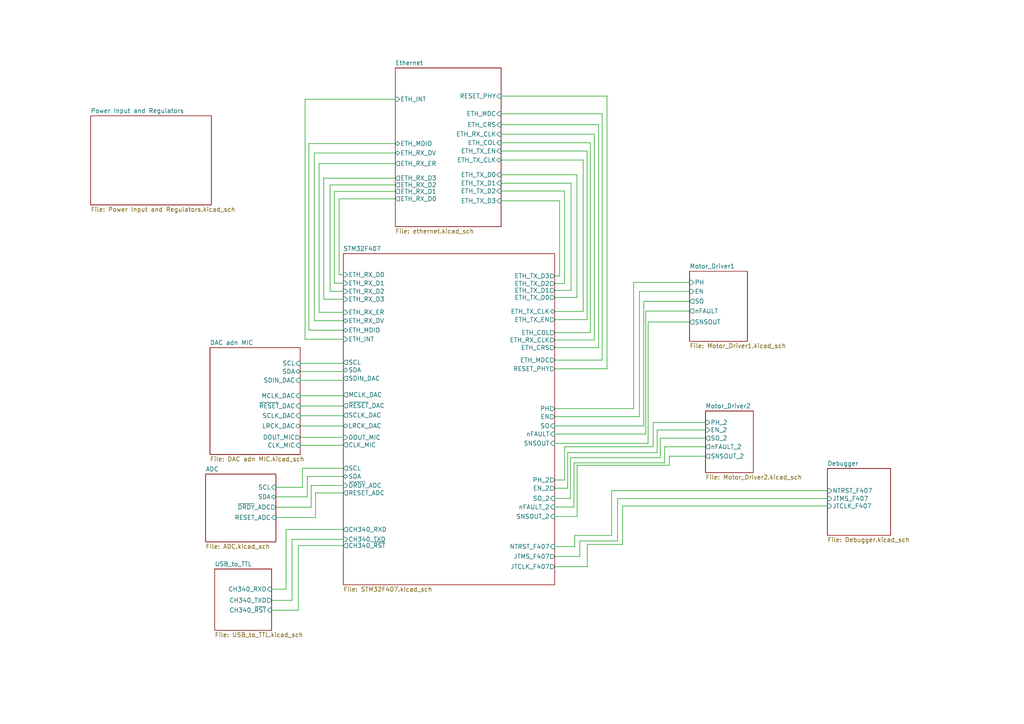
<source format=kicad_sch>
(kicad_sch
	(version 20231120)
	(generator "eeschema")
	(generator_version "8.0")
	(uuid "d881ba1c-25ae-4a90-b2dd-48550b534531")
	(paper "A4")
	(title_block
		(title "Mixed Signal Board Project")
		(date "2024-06-24")
		(rev "V1.0")
		(company "open source")
		(comment 1 "this project for learning purposes")
	)
	(lib_symbols)
	(wire
		(pts
			(xy 169.139 90.338) (xy 160.8939 90.338)
		)
		(stroke
			(width 0)
			(type default)
		)
		(uuid "0232f3c1-9450-49c0-8e0b-f53b3c024ee2")
	)
	(wire
		(pts
			(xy 87.0761 129.1436) (xy 99.5701 129.1436)
		)
		(stroke
			(width 0)
			(type default)
		)
		(uuid "03bf68a9-112a-401d-bfa1-c754257b8ba7")
	)
	(wire
		(pts
			(xy 189.458 122.5343) (xy 204.6255 122.5343)
		)
		(stroke
			(width 0)
			(type default)
		)
		(uuid "044eaf8b-7109-45a6-a87d-6f8d23513bd7")
	)
	(wire
		(pts
			(xy 174.6384 32.9934) (xy 174.6384 104.4565)
		)
		(stroke
			(width 0)
			(type default)
		)
		(uuid "046c9713-234c-42b2-8fb6-6910679a7420")
	)
	(wire
		(pts
			(xy 191.506 132.7745) (xy 191.506 127.0855)
		)
		(stroke
			(width 0)
			(type default)
		)
		(uuid "060c1592-4d87-49e8-96cb-4c14b3e931e3")
	)
	(wire
		(pts
			(xy 87.0761 105.3739) (xy 99.5701 105.3739)
		)
		(stroke
			(width 0)
			(type default)
		)
		(uuid "076caa2a-c748-4c96-ae62-fb2932ad921c")
	)
	(wire
		(pts
			(xy 170.3431 157.9196) (xy 170.3431 164.3535)
		)
		(stroke
			(width 0)
			(type default)
		)
		(uuid "0d525e0c-3935-4fe4-ba1f-f8eb4c67e0fc")
	)
	(wire
		(pts
			(xy 167.3849 134.9363) (xy 194.1229 134.9363)
		)
		(stroke
			(width 0)
			(type default)
		)
		(uuid "0fecc893-1de5-498c-a170-6c4794fa4ea3")
	)
	(wire
		(pts
			(xy 90.2528 147.1054) (xy 80.0222 147.1054)
		)
		(stroke
			(width 0)
			(type default)
		)
		(uuid "100fa391-9988-466e-86ee-464266069a39")
	)
	(wire
		(pts
			(xy 165.4506 132.7745) (xy 191.506 132.7745)
		)
		(stroke
			(width 0)
			(type default)
		)
		(uuid "11d2c638-2606-43ac-a394-f6b3227f23f0")
	)
	(wire
		(pts
			(xy 160.8939 149.8012) (xy 167.3849 149.8012)
		)
		(stroke
			(width 0)
			(type default)
		)
		(uuid "1376839e-b9fd-4709-802e-da0479a7e72b")
	)
	(wire
		(pts
			(xy 187.9789 93.407) (xy 200.0132 93.407)
		)
		(stroke
			(width 0)
			(type default)
		)
		(uuid "14367f39-c3b6-4ff9-b557-d9b76cd57135")
	)
	(wire
		(pts
			(xy 87.0761 110.3121) (xy 99.5701 110.3121)
		)
		(stroke
			(width 0)
			(type default)
		)
		(uuid "1e8327cb-428c-442f-a9ca-18fba51b5df0")
	)
	(wire
		(pts
			(xy 166.7022 158.5508) (xy 160.8939 158.5508)
		)
		(stroke
			(width 0)
			(type default)
		)
		(uuid "2038a84a-8350-47ee-82d7-6357cd2db18c")
	)
	(wire
		(pts
			(xy 167.3375 86.2894) (xy 160.8939 86.2894)
		)
		(stroke
			(width 0)
			(type default)
		)
		(uuid "278c8d71-7ed2-4793-a6f1-3fa068d34628")
	)
	(wire
		(pts
			(xy 91.1815 93.0253) (xy 91.1815 44.3713)
		)
		(stroke
			(width 0)
			(type default)
		)
		(uuid "28eb5967-dabb-4621-928a-d20fdf6cbc8f")
	)
	(wire
		(pts
			(xy 185.4757 120.8445) (xy 160.8939 120.8445)
		)
		(stroke
			(width 0)
			(type default)
		)
		(uuid "29ee4821-9fe1-4393-b2a0-07cab4352e4b")
	)
	(wire
		(pts
			(xy 239.9758 146.7693) (xy 180.5832 146.7693)
		)
		(stroke
			(width 0)
			(type default)
		)
		(uuid "2a887f53-1b94-4a39-9308-f1248b828e1c")
	)
	(wire
		(pts
			(xy 170.2768 43.8024) (xy 170.2768 92.7084)
		)
		(stroke
			(width 0)
			(type default)
		)
		(uuid "2e9be7c2-ae55-4ad8-81f8-7eb268b933bd")
	)
	(wire
		(pts
			(xy 86.5391 176.9724) (xy 78.7857 176.9724)
		)
		(stroke
			(width 0)
			(type default)
		)
		(uuid "2f3be0bf-c9b7-4b08-8d82-2a9533ef1d73")
	)
	(wire
		(pts
			(xy 99.5701 90.5759) (xy 92.5468 90.5759)
		)
		(stroke
			(width 0)
			(type default)
		)
		(uuid "2f560748-81c2-4faa-ba93-4f1445d7913b")
	)
	(wire
		(pts
			(xy 163.7345 55.4078) (xy 163.7345 82.2597)
		)
		(stroke
			(width 0)
			(type default)
		)
		(uuid "30e1b210-1328-445b-a371-1f54ff77684c")
	)
	(wire
		(pts
			(xy 166.4746 147.0705) (xy 160.8939 147.0705)
		)
		(stroke
			(width 0)
			(type default)
		)
		(uuid "31942791-7f77-4705-b47e-92188f782e43")
	)
	(wire
		(pts
			(xy 165.6309 53.1322) (xy 165.6309 84.2351)
		)
		(stroke
			(width 0)
			(type default)
		)
		(uuid "3221473c-8734-4da3-b925-b5fb0adcee77")
	)
	(wire
		(pts
			(xy 168.1813 161.3953) (xy 160.8939 161.3953)
		)
		(stroke
			(width 0)
			(type default)
		)
		(uuid "36bc052e-2629-41d9-a829-aab39de39be7")
	)
	(wire
		(pts
			(xy 145.3565 43.8024) (xy 170.2768 43.8024)
		)
		(stroke
			(width 0)
			(type default)
		)
		(uuid "3c25e491-f998-498b-89a9-83f9f92973e0")
	)
	(wire
		(pts
			(xy 95.7326 53.6386) (xy 114.6414 53.6386)
		)
		(stroke
			(width 0)
			(type default)
		)
		(uuid "3f0cd654-2727-4a44-8384-690747f0fafd")
	)
	(wire
		(pts
			(xy 170.2768 92.7084) (xy 160.8939 92.7084)
		)
		(stroke
			(width 0)
			(type default)
		)
		(uuid "42d81141-d232-4c13-81f2-faa4e1ec2774")
	)
	(wire
		(pts
			(xy 164.6542 131.2954) (xy 164.6542 141.6091)
		)
		(stroke
			(width 0)
			(type default)
		)
		(uuid "430e86d0-c7ca-4cd1-9fca-db0a1bcec0f8")
	)
	(wire
		(pts
			(xy 82.9836 170.8883) (xy 78.7857 170.8883)
		)
		(stroke
			(width 0)
			(type default)
		)
		(uuid "43273052-c589-42d5-8b44-285529be6c53")
	)
	(wire
		(pts
			(xy 183.769 118.5121) (xy 183.769 81.9153)
		)
		(stroke
			(width 0)
			(type default)
		)
		(uuid "446c17c3-bb90-45da-a6ab-abf398fe18b1")
	)
	(wire
		(pts
			(xy 171.225 41.413) (xy 171.225 96.4863)
		)
		(stroke
			(width 0)
			(type default)
		)
		(uuid "4509d4e8-33fb-436a-8cdf-d9568bb7a862")
	)
	(wire
		(pts
			(xy 167.3849 149.8012) (xy 167.3849 134.9363)
		)
		(stroke
			(width 0)
			(type default)
		)
		(uuid "4672110e-a606-455f-a710-e4111ebbf06e")
	)
	(wire
		(pts
			(xy 200.0132 90.2212) (xy 187.2962 90.2212)
		)
		(stroke
			(width 0)
			(type default)
		)
		(uuid "47274611-d69b-4743-ba9d-c3e9da0677fc")
	)
	(wire
		(pts
			(xy 186.7273 87.3767) (xy 200.0132 87.3767)
		)
		(stroke
			(width 0)
			(type default)
		)
		(uuid "49580c93-9fa5-46f3-bd16-28f4830d44ff")
	)
	(wire
		(pts
			(xy 99.5701 79.6754) (xy 98.3496 79.6754)
		)
		(stroke
			(width 0)
			(type default)
		)
		(uuid "49e89835-e2a7-4882-ba5d-5ab55d8bff77")
	)
	(wire
		(pts
			(xy 167.3375 50.6912) (xy 167.3375 86.2894)
		)
		(stroke
			(width 0)
			(type default)
		)
		(uuid "49ee62ce-4005-46a2-ac10-e6bb2a781acb")
	)
	(wire
		(pts
			(xy 145.3565 36.1792) (xy 173.5954 36.1792)
		)
		(stroke
			(width 0)
			(type default)
		)
		(uuid "4a175c2e-ff99-4ea4-9906-fd77721f97a6")
	)
	(wire
		(pts
			(xy 99.5701 123.5468) (xy 99.5701 123.5183)
		)
		(stroke
			(width 0)
			(type default)
		)
		(uuid "4bbe4e63-aa9f-4d53-b4b5-1bb227740ec2")
	)
	(wire
		(pts
			(xy 194.1229 132.3193) (xy 204.6255 132.3193)
		)
		(stroke
			(width 0)
			(type default)
		)
		(uuid "4c19ca03-e5f8-4995-b39a-c82c9c59bb25")
	)
	(wire
		(pts
			(xy 99.5701 84.4919) (xy 95.7326 84.4919)
		)
		(stroke
			(width 0)
			(type default)
		)
		(uuid "4c8dc954-983a-421b-9d4d-372872aee30b")
	)
	(wire
		(pts
			(xy 160.8939 139.2197) (xy 163.7439 139.2197)
		)
		(stroke
			(width 0)
			(type default)
		)
		(uuid "5196f3d6-600d-4bef-8458-f58387947964")
	)
	(wire
		(pts
			(xy 192.7576 129.5886) (xy 192.7576 134.2536)
		)
		(stroke
			(width 0)
			(type default)
		)
		(uuid "52f95000-5a18-4da9-9568-bf0650d44193")
	)
	(wire
		(pts
			(xy 92.5468 90.5759) (xy 92.5468 47.4433)
		)
		(stroke
			(width 0)
			(type default)
		)
		(uuid "532a0ac4-5a54-47a7-84d3-57aa26f2332e")
	)
	(wire
		(pts
			(xy 99.5701 107.7443) (xy 99.5701 107.3206)
		)
		(stroke
			(width 0)
			(type default)
		)
		(uuid "549a4384-379e-4d5c-98a8-0641d8ca6c07")
	)
	(wire
		(pts
			(xy 177.3974 155.3027) (xy 166.7022 155.3027)
		)
		(stroke
			(width 0)
			(type default)
		)
		(uuid "54b5a839-9207-449f-8e03-b2d37d9c6361")
	)
	(wire
		(pts
			(xy 191.506 127.0855) (xy 204.6255 127.0855)
		)
		(stroke
			(width 0)
			(type default)
		)
		(uuid "5726ac7b-c290-4892-8841-eb383d73f3f6")
	)
	(wire
		(pts
			(xy 160.8939 144.5673) (xy 165.4506 144.5673)
		)
		(stroke
			(width 0)
			(type default)
		)
		(uuid "580b7dee-1dcf-491d-b54b-a658a5fb35a7")
	)
	(wire
		(pts
			(xy 204.6255 124.6961) (xy 190.5958 124.6961)
		)
		(stroke
			(width 0)
			(type default)
		)
		(uuid "592ec2b5-eff7-4b8d-94e8-0108c794a3e1")
	)
	(wire
		(pts
			(xy 185.4757 84.5322) (xy 185.4757 120.8445)
		)
		(stroke
			(width 0)
			(type default)
		)
		(uuid "5bd9bea8-22e2-43ea-b76f-3bbe55440158")
	)
	(wire
		(pts
			(xy 160.8939 128.5878) (xy 187.9789 128.5878)
		)
		(stroke
			(width 0)
			(type default)
		)
		(uuid "5cd83849-306e-4a1d-a2e3-72e294fd10a1")
	)
	(wire
		(pts
			(xy 170.3431 164.3535) (xy 160.8939 164.3535)
		)
		(stroke
			(width 0)
			(type default)
		)
		(uuid "5f7df541-f3de-4766-8b74-569a55162254")
	)
	(wire
		(pts
			(xy 180.5832 146.7693) (xy 180.5832 157.9196)
		)
		(stroke
			(width 0)
			(type default)
		)
		(uuid "606921c1-dc0b-43cc-8431-2b86c38d4c12")
	)
	(wire
		(pts
			(xy 91.1815 44.3713) (xy 114.6414 44.3713)
		)
		(stroke
			(width 0)
			(type default)
		)
		(uuid "63d252be-915d-4503-9cbf-f80688c94ad6")
	)
	(wire
		(pts
			(xy 239.9758 144.6075) (xy 179.1041 144.6075)
		)
		(stroke
			(width 0)
			(type default)
		)
		(uuid "6403ea87-ed4f-4e1a-8a11-89eeabd27bf4")
	)
	(wire
		(pts
			(xy 99.5701 135.8064) (xy 87.7243 135.8064)
		)
		(stroke
			(width 0)
			(type default)
		)
		(uuid "645f74b2-6ec3-4251-a884-c5f4594dbd79")
	)
	(wire
		(pts
			(xy 145.3565 27.8733) (xy 176.0606 27.8733)
		)
		(stroke
			(width 0)
			(type default)
		)
		(uuid "65179ab6-2371-44b7-b6d1-83ebc91d8fbf")
	)
	(wire
		(pts
			(xy 177.3974 142.3319) (xy 177.3974 155.3027)
		)
		(stroke
			(width 0)
			(type default)
		)
		(uuid "6774e850-cb99-4085-8d19-9ea493d5cccd")
	)
	(wire
		(pts
			(xy 179.1041 144.6075) (xy 179.1041 156.8956)
		)
		(stroke
			(width 0)
			(type default)
		)
		(uuid "68b24221-2738-4b8b-b6ca-3a5a5b9e0e04")
	)
	(wire
		(pts
			(xy 190.5958 124.6961) (xy 190.5958 131.2954)
		)
		(stroke
			(width 0)
			(type default)
		)
		(uuid "68deac72-2248-41c6-8da8-1fa818bdd0e3")
	)
	(wire
		(pts
			(xy 163.7345 82.2597) (xy 160.8939 82.2597)
		)
		(stroke
			(width 0)
			(type default)
		)
		(uuid "68df4cf1-0353-4589-a124-6316f52d5ad9")
	)
	(wire
		(pts
			(xy 88.4811 98.3818) (xy 88.4811 28.7835)
		)
		(stroke
			(width 0)
			(type default)
		)
		(uuid "6c2745ae-ce99-4ff1-94fb-9a2e360bc357")
	)
	(wire
		(pts
			(xy 89.1466 138.1958) (xy 89.1466 144.1029)
		)
		(stroke
			(width 0)
			(type default)
		)
		(uuid "6c60ae47-0bf3-4d2c-8553-d07460e995fc")
	)
	(wire
		(pts
			(xy 99.5701 117.7525) (xy 99.5701 117.6713)
		)
		(stroke
			(width 0)
			(type default)
		)
		(uuid "6e5db0ed-2a13-4742-947c-3f0e2e7a0a05")
	)
	(wire
		(pts
			(xy 82.9836 153.5764) (xy 82.9836 170.8883)
		)
		(stroke
			(width 0)
			(type default)
		)
		(uuid "70312726-77dd-4a3f-99c9-a16ab2dd348c")
	)
	(wire
		(pts
			(xy 87.7243 141.3374) (xy 80.0222 141.3374)
		)
		(stroke
			(width 0)
			(type default)
		)
		(uuid "705d51d5-36c1-4d2d-b25c-74325be58dc9")
	)
	(wire
		(pts
			(xy 187.9789 128.5878) (xy 187.9789 93.407)
		)
		(stroke
			(width 0)
			(type default)
		)
		(uuid "75facb57-8efe-4c4b-9237-392a5f9b4cee")
	)
	(wire
		(pts
			(xy 99.5701 95.7817) (xy 89.5886 95.7817)
		)
		(stroke
			(width 0)
			(type default)
		)
		(uuid "767d5fe7-fc17-423c-a1e4-6f5acc56439e")
	)
	(wire
		(pts
			(xy 173.5954 100.832) (xy 160.8939 100.832)
		)
		(stroke
			(width 0)
			(type default)
		)
		(uuid "76e235d9-945e-4f54-8347-9298b50c0b47")
	)
	(wire
		(pts
			(xy 165.4506 144.5673) (xy 165.4506 132.7745)
		)
		(stroke
			(width 0)
			(type default)
		)
		(uuid "784a0d4a-17c5-4dee-8fac-f179cdf30a62")
	)
	(wire
		(pts
			(xy 98.3496 79.6754) (xy 98.3496 57.6683)
		)
		(stroke
			(width 0)
			(type default)
		)
		(uuid "7986753a-370f-4a40-9628-3ec83f4a2e1d")
	)
	(wire
		(pts
			(xy 165.6309 84.2351) (xy 160.8939 84.2351)
		)
		(stroke
			(width 0)
			(type default)
		)
		(uuid "7ccb711b-fad1-45fb-9520-a3a1ef30e609")
	)
	(wire
		(pts
			(xy 163.7439 139.2197) (xy 163.7439 129.5887)
		)
		(stroke
			(width 0)
			(type default)
		)
		(uuid "7e496a0e-ef52-4c59-93fb-09896011032f")
	)
	(wire
		(pts
			(xy 200.0132 84.5322) (xy 185.4757 84.5322)
		)
		(stroke
			(width 0)
			(type default)
		)
		(uuid "8066c246-c17b-4a47-b4dd-c9c46c373401")
	)
	(wire
		(pts
			(xy 98.3496 57.6683) (xy 114.6414 57.6683)
		)
		(stroke
			(width 0)
			(type default)
		)
		(uuid "848a9468-40bb-4cfb-886a-b56c46d726cb")
	)
	(wire
		(pts
			(xy 180.5832 157.9196) (xy 170.3431 157.9196)
		)
		(stroke
			(width 0)
			(type default)
		)
		(uuid "85237643-d2a2-4486-acc0-b5ca1722dd07")
	)
	(wire
		(pts
			(xy 96.9842 55.5349) (xy 114.6414 55.5349)
		)
		(stroke
			(width 0)
			(type default)
		)
		(uuid "88154744-a068-48f9-9b15-a3d8f4e6b0a2")
	)
	(wire
		(pts
			(xy 99.5701 140.8127) (xy 90.2528 140.8127)
		)
		(stroke
			(width 0)
			(type default)
		)
		(uuid "88270fed-a7e5-49c1-b36f-a169e98c4a5c")
	)
	(wire
		(pts
			(xy 173.5954 36.1792) (xy 173.5954 100.832)
		)
		(stroke
			(width 0)
			(type default)
		)
		(uuid "8ccda8ba-423d-4ff1-8388-d42e7f05fcad")
	)
	(wire
		(pts
			(xy 171.225 96.4863) (xy 160.8939 96.4863)
		)
		(stroke
			(width 0)
			(type default)
		)
		(uuid "8e8ceef1-dca2-4d28-a9ac-2a3f88740b32")
	)
	(wire
		(pts
			(xy 162.3123 80.0474) (xy 162.3123 58.2522)
		)
		(stroke
			(width 0)
			(type default)
		)
		(uuid "8e9d3753-1f6e-4703-aa1e-7af66a033765")
	)
	(wire
		(pts
			(xy 87.0761 117.7525) (xy 99.5701 117.7525)
		)
		(stroke
			(width 0)
			(type default)
		)
		(uuid "8ecee527-434e-4d99-8165-a856892c6c53")
	)
	(wire
		(pts
			(xy 89.1466 144.1029) (xy 80.0222 144.1029)
		)
		(stroke
			(width 0)
			(type default)
		)
		(uuid "8fd00fd4-fca7-40ba-9e15-7d00c7e48cec")
	)
	(wire
		(pts
			(xy 204.6255 129.5886) (xy 192.7576 129.5886)
		)
		(stroke
			(width 0)
			(type default)
		)
		(uuid "8ff9f5bd-d2c9-4df0-bcbd-d5c8e4ee5711")
	)
	(wire
		(pts
			(xy 89.5886 41.6406) (xy 114.6414 41.6406)
		)
		(stroke
			(width 0)
			(type default)
		)
		(uuid "91f4b7a0-38c8-4680-ba4b-b20a819b722f")
	)
	(wire
		(pts
			(xy 176.0606 27.8733) (xy 176.0606 106.97)
		)
		(stroke
			(width 0)
			(type default)
		)
		(uuid "92d1eef2-a7fe-4fd2-b4d4-741b5e95c936")
	)
	(wire
		(pts
			(xy 99.5701 82.133) (xy 96.9842 82.133)
		)
		(stroke
			(width 0)
			(type default)
		)
		(uuid "9380da2e-5e2c-46c7-9421-cc5a26554e9b")
	)
	(wire
		(pts
			(xy 87.0761 114.7895) (xy 99.5701 114.7895)
		)
		(stroke
			(width 0)
			(type default)
		)
		(uuid "93a5e0f6-07ed-445f-873d-7de20926b42c")
	)
	(wire
		(pts
			(xy 169.139 46.4194) (xy 169.139 90.338)
		)
		(stroke
			(width 0)
			(type default)
		)
		(uuid "965b1993-39f3-4dfb-8836-ed00ca7c140f")
	)
	(wire
		(pts
			(xy 160.8939 123.5309) (xy 186.7273 123.5309)
		)
		(stroke
			(width 0)
			(type default)
		)
		(uuid "9688717e-6b4a-4100-96f9-6c4da644de5a")
	)
	(wire
		(pts
			(xy 93.9122 51.6633) (xy 114.6414 51.6633)
		)
		(stroke
			(width 0)
			(type default)
		)
		(uuid "9900c9dd-c8b5-4bb9-8413-2f68bfe4c9d8")
	)
	(wire
		(pts
			(xy 87.0761 120.5838) (xy 99.5701 120.5838)
		)
		(stroke
			(width 0)
			(type default)
		)
		(uuid "9d93d418-1239-41cc-a8c7-47cd5161b1e4")
	)
	(wire
		(pts
			(xy 93.9122 86.7833) (xy 93.9122 51.6633)
		)
		(stroke
			(width 0)
			(type default)
		)
		(uuid "9edc8c04-6c5f-48b3-a295-c0413b96549e")
	)
	(wire
		(pts
			(xy 87.0761 126.839) (xy 99.5701 126.839)
		)
		(stroke
			(width 0)
			(type default)
		)
		(uuid "a0a9bb0f-4b05-463b-a3d2-c7205571a808")
	)
	(wire
		(pts
			(xy 192.7576 134.2536) (xy 166.4746 134.2536)
		)
		(stroke
			(width 0)
			(type default)
		)
		(uuid "a5880dff-e106-4452-bfa8-86762d0f3385")
	)
	(wire
		(pts
			(xy 239.9758 142.3319) (xy 177.3974 142.3319)
		)
		(stroke
			(width 0)
			(type default)
		)
		(uuid "a5b8ba78-165f-45f0-951c-012305e06519")
	)
	(wire
		(pts
			(xy 145.3565 55.4078) (xy 163.7345 55.4078)
		)
		(stroke
			(width 0)
			(type default)
		)
		(uuid "a6899ce5-8e21-4b20-94b0-8c0a65688c90")
	)
	(wire
		(pts
			(xy 189.458 129.5887) (xy 189.458 122.5343)
		)
		(stroke
			(width 0)
			(type default)
		)
		(uuid "a8c97342-0c78-4bee-b258-c680be4446a2")
	)
	(wire
		(pts
			(xy 90.2528 140.8127) (xy 90.2528 147.1054)
		)
		(stroke
			(width 0)
			(type default)
		)
		(uuid "a94910be-2d7b-4ca7-8989-8fc9138a34e1")
	)
	(wire
		(pts
			(xy 174.6384 104.4565) (xy 160.8939 104.4565)
		)
		(stroke
			(width 0)
			(type default)
		)
		(uuid "aaa2b3a7-7482-4865-914e-75ff733ebfbf")
	)
	(wire
		(pts
			(xy 89.5886 95.7817) (xy 89.5886 41.6406)
		)
		(stroke
			(width 0)
			(type default)
		)
		(uuid "aab0989e-f7ec-4839-b719-f09ace3e9852")
	)
	(wire
		(pts
			(xy 99.5701 93.0253) (xy 91.1815 93.0253)
		)
		(stroke
			(width 0)
			(type default)
		)
		(uuid "ab58b756-2a9a-4990-920a-49c5717ee817")
	)
	(wire
		(pts
			(xy 145.3565 46.4194) (xy 169.139 46.4194)
		)
		(stroke
			(width 0)
			(type default)
		)
		(uuid "aca47a1d-015f-4382-ad5a-dec97371d97d")
	)
	(wire
		(pts
			(xy 99.5701 114.7895) (xy 99.5701 114.5108)
		)
		(stroke
			(width 0)
			(type default)
		)
		(uuid "ad19d332-4c65-4185-84d8-cdc5f896afa1")
	)
	(wire
		(pts
			(xy 88.4811 28.7835) (xy 114.6414 28.7835)
		)
		(stroke
			(width 0)
			(type default)
		)
		(uuid "b145a1ee-012a-4da2-8601-12310e001ee4")
	)
	(wire
		(pts
			(xy 99.5701 142.9745) (xy 91.517 142.9745)
		)
		(stroke
			(width 0)
			(type default)
		)
		(uuid "b386a8f7-cfe1-4047-a665-d8e09402a6b7")
	)
	(wire
		(pts
			(xy 168.1813 156.8956) (xy 168.1813 161.3953)
		)
		(stroke
			(width 0)
			(type default)
		)
		(uuid "b6022e69-749f-4102-8ad2-f549300a8e4d")
	)
	(wire
		(pts
			(xy 145.3565 53.1322) (xy 165.6309 53.1322)
		)
		(stroke
			(width 0)
			(type default)
		)
		(uuid "b64ecc83-636f-4919-bb78-ad2eec803137")
	)
	(wire
		(pts
			(xy 84.7218 174.1279) (xy 78.7857 174.1279)
		)
		(stroke
			(width 0)
			(type default)
		)
		(uuid "b6e422e2-51ef-49a7-896b-48442070dab8")
	)
	(wire
		(pts
			(xy 176.0606 106.97) (xy 160.8939 106.97)
		)
		(stroke
			(width 0)
			(type default)
		)
		(uuid "b7bf424d-7398-4931-ad48-17ceb6339b5f")
	)
	(wire
		(pts
			(xy 194.1229 134.9363) (xy 194.1229 132.3193)
		)
		(stroke
			(width 0)
			(type default)
		)
		(uuid "b8028c77-e2c1-40a1-8b67-a822b4e054bc")
	)
	(wire
		(pts
			(xy 183.769 81.9153) (xy 200.0132 81.9153)
		)
		(stroke
			(width 0)
			(type default)
		)
		(uuid "b9fa41da-469e-4beb-9345-ee29d0a079e6")
	)
	(wire
		(pts
			(xy 92.5468 47.4433) (xy 114.6414 47.4433)
		)
		(stroke
			(width 0)
			(type default)
		)
		(uuid "bc4442c3-2258-445a-ac44-5c8927b9b50c")
	)
	(wire
		(pts
			(xy 145.3565 32.9934) (xy 174.6384 32.9934)
		)
		(stroke
			(width 0)
			(type default)
		)
		(uuid "bc4c5697-9deb-47db-90e5-87d114959827")
	)
	(wire
		(pts
			(xy 162.3123 58.2522) (xy 145.3565 58.2522)
		)
		(stroke
			(width 0)
			(type default)
		)
		(uuid "c0bf6021-2d45-4d53-997a-e04775d6aa60")
	)
	(wire
		(pts
			(xy 99.5701 158.2414) (xy 86.5391 158.2414)
		)
		(stroke
			(width 0)
			(type default)
		)
		(uuid "c310ef68-64ce-484c-97ad-3f6d19cb3e65")
	)
	(wire
		(pts
			(xy 145.3565 50.6912) (xy 167.3375 50.6912)
		)
		(stroke
			(width 0)
			(type default)
		)
		(uuid "c4bf7c16-3136-4399-92ff-c77e3e8503d5")
	)
	(wire
		(pts
			(xy 99.5701 98.3818) (xy 88.4811 98.3818)
		)
		(stroke
			(width 0)
			(type default)
		)
		(uuid "c58d5459-3df3-4a6f-b9e1-71bd9f770db8")
	)
	(wire
		(pts
			(xy 91.517 142.9745) (xy 91.517 150.1079)
		)
		(stroke
			(width 0)
			(type default)
		)
		(uuid "c5a3ea79-ce4c-4ded-b9aa-67dff35b0a5d")
	)
	(wire
		(pts
			(xy 190.5958 131.2954) (xy 164.6542 131.2954)
		)
		(stroke
			(width 0)
			(type default)
		)
		(uuid "c71b478e-d26f-4ae1-b1d1-c201328be249")
	)
	(wire
		(pts
			(xy 91.517 150.1079) (xy 80.0222 150.1079)
		)
		(stroke
			(width 0)
			(type default)
		)
		(uuid "ccae1df7-8880-40b0-8be6-79d63d30135e")
	)
	(wire
		(pts
			(xy 166.7022 155.3027) (xy 166.7022 158.5508)
		)
		(stroke
			(width 0)
			(type default)
		)
		(uuid "ce721d82-2ef3-44e2-acf3-50b55be4818a")
	)
	(wire
		(pts
			(xy 84.7218 156.4209) (xy 84.7218 174.1279)
		)
		(stroke
			(width 0)
			(type default)
		)
		(uuid "cec1021f-1fab-4c52-a510-b2f34ace7873")
	)
	(wire
		(pts
			(xy 179.1041 156.8956) (xy 168.1813 156.8956)
		)
		(stroke
			(width 0)
			(type default)
		)
		(uuid "d02c337a-8f64-409a-9fbe-bd55a3316cc8")
	)
	(wire
		(pts
			(xy 96.9842 82.133) (xy 96.9842 55.5349)
		)
		(stroke
			(width 0)
			(type default)
		)
		(uuid "d0a6c986-c186-403d-ad57-cb78ac2191d0")
	)
	(wire
		(pts
			(xy 99.5701 110.3121) (xy 99.5701 109.7701)
		)
		(stroke
			(width 0)
			(type default)
		)
		(uuid "d3931f70-73df-4a9e-a70d-4a95c813b19d")
	)
	(wire
		(pts
			(xy 145.3565 38.9099) (xy 172.3628 38.9099)
		)
		(stroke
			(width 0)
			(type default)
		)
		(uuid "d533bb7a-d8a2-4ac1-9ae0-0a9296cd3811")
	)
	(wire
		(pts
			(xy 160.8939 80.0474) (xy 162.3123 80.0474)
		)
		(stroke
			(width 0)
			(type default)
		)
		(uuid "d7102462-b428-4a92-ba4b-4779a93186b8")
	)
	(wire
		(pts
			(xy 99.5701 120.5838) (xy 99.5701 120.4368)
		)
		(stroke
			(width 0)
			(type default)
		)
		(uuid "d7685c46-84b8-4b2c-a5f5-9f6e0b7a36cc")
	)
	(wire
		(pts
			(xy 172.3628 98.6196) (xy 160.8939 98.6196)
		)
		(stroke
			(width 0)
			(type default)
		)
		(uuid "d7b0228b-c420-4391-b387-0694c6906f8f")
	)
	(wire
		(pts
			(xy 99.5701 129.1436) (xy 99.5701 129.04)
		)
		(stroke
			(width 0)
			(type default)
		)
		(uuid "d8fc0373-f782-403e-9098-a173ad2eb7ce")
	)
	(wire
		(pts
			(xy 160.8939 118.5121) (xy 183.769 118.5121)
		)
		(stroke
			(width 0)
			(type default)
		)
		(uuid "ddbd269e-88dd-4c90-86bd-c458fed9022c")
	)
	(wire
		(pts
			(xy 99.5701 153.5764) (xy 82.9836 153.5764)
		)
		(stroke
			(width 0)
			(type default)
		)
		(uuid "ddd2696f-f496-4d21-99f8-22da650e62be")
	)
	(wire
		(pts
			(xy 99.5701 126.839) (xy 99.5701 126.8782)
		)
		(stroke
			(width 0)
			(type default)
		)
		(uuid "df6322f5-be34-4ba9-a6c4-4a5e4be1a9e4")
	)
	(wire
		(pts
			(xy 172.3628 38.9099) (xy 172.3628 98.6196)
		)
		(stroke
			(width 0)
			(type default)
		)
		(uuid "e307564e-86ab-4c3b-b274-fec471ce2579")
	)
	(wire
		(pts
			(xy 187.2962 125.9013) (xy 160.8939 125.9013)
		)
		(stroke
			(width 0)
			(type default)
		)
		(uuid "e702e918-1a9a-4339-8c05-df5d28d67985")
	)
	(wire
		(pts
			(xy 99.5701 105.3739) (xy 99.5701 105.1083)
		)
		(stroke
			(width 0)
			(type default)
		)
		(uuid "e7763601-3bc6-436d-8ed1-f0371da5b2a7")
	)
	(wire
		(pts
			(xy 166.4746 134.2536) (xy 166.4746 147.0705)
		)
		(stroke
			(width 0)
			(type default)
		)
		(uuid "eacb31ef-88c1-4f57-bd9a-ad555494d056")
	)
	(wire
		(pts
			(xy 186.7273 123.5309) (xy 186.7273 87.3767)
		)
		(stroke
			(width 0)
			(type default)
		)
		(uuid "ece46585-ea66-4c8c-8125-2d69618a94b7")
	)
	(wire
		(pts
			(xy 86.5391 158.2414) (xy 86.5391 176.9724)
		)
		(stroke
			(width 0)
			(type default)
		)
		(uuid "ecf8732e-5a66-432d-b88a-f359c1d6c40d")
	)
	(wire
		(pts
			(xy 99.5701 156.4209) (xy 84.7218 156.4209)
		)
		(stroke
			(width 0)
			(type default)
		)
		(uuid "ee0e1375-3e29-4de0-a9e4-18ec45044387")
	)
	(wire
		(pts
			(xy 187.2962 90.2212) (xy 187.2962 125.9013)
		)
		(stroke
			(width 0)
			(type default)
		)
		(uuid "eebb025d-5539-45dd-9555-61018b80fcb6")
	)
	(wire
		(pts
			(xy 95.7326 84.4919) (xy 95.7326 53.6386)
		)
		(stroke
			(width 0)
			(type default)
		)
		(uuid "eec6db71-e6cc-4a42-8f01-39f40dec598f")
	)
	(wire
		(pts
			(xy 87.0761 107.7443) (xy 99.5701 107.7443)
		)
		(stroke
			(width 0)
			(type default)
		)
		(uuid "f41abd64-f0d8-4ec2-aac2-011b16b9dec4")
	)
	(wire
		(pts
			(xy 164.6542 141.6091) (xy 160.8939 141.6091)
		)
		(stroke
			(width 0)
			(type default)
		)
		(uuid "f5cfaa42-a8f1-47fb-805f-a7f94bc43d0c")
	)
	(wire
		(pts
			(xy 87.7243 135.8064) (xy 87.7243 141.3374)
		)
		(stroke
			(width 0)
			(type default)
		)
		(uuid "f7b6f713-92b5-492f-bd0e-4dd15fa52434")
	)
	(wire
		(pts
			(xy 145.3565 41.413) (xy 171.225 41.413)
		)
		(stroke
			(width 0)
			(type default)
		)
		(uuid "f9ad5ae2-3f0b-466a-9545-4f94e72d0668")
	)
	(wire
		(pts
			(xy 87.0761 123.5468) (xy 99.5701 123.5468)
		)
		(stroke
			(width 0)
			(type default)
		)
		(uuid "fb19eaac-39c9-4418-89da-c7de0aac724e")
	)
	(wire
		(pts
			(xy 163.7439 129.5887) (xy 189.458 129.5887)
		)
		(stroke
			(width 0)
			(type default)
		)
		(uuid "fb1e07f9-0d30-4524-84e5-349b26c9a7ee")
	)
	(wire
		(pts
			(xy 99.5701 138.1958) (xy 89.1466 138.1958)
		)
		(stroke
			(width 0)
			(type default)
		)
		(uuid "ff7ea42a-d388-4ed9-a2a7-98d0895a7b6e")
	)
	(wire
		(pts
			(xy 99.5701 86.7833) (xy 93.9122 86.7833)
		)
		(stroke
			(width 0)
			(type default)
		)
		(uuid "ffc3faa7-cd6e-4770-89b4-ee053bd7a90b")
	)
	(sheet
		(at 59.6336 137.5082)
		(size 20.3886 19.6661)
		(fields_autoplaced yes)
		(stroke
			(width 0.1524)
			(type solid)
		)
		(fill
			(color 0 0 0 0.0000)
		)
		(uuid "44037c1f-b42e-4691-bcbb-aee9d294d80d")
		(property "Sheetname" "ADC"
			(at 59.6336 136.7966 0)
			(effects
				(font
					(size 1.27 1.27)
				)
				(justify left bottom)
			)
		)
		(property "Sheetfile" "ADC.kicad_sch"
			(at 59.6336 157.7589 0)
			(effects
				(font
					(size 1.27 1.27)
				)
				(justify left top)
			)
		)
		(pin "SCL" input
			(at 80.0222 141.3374 0)
			(effects
				(font
					(size 1.27 1.27)
				)
				(justify right)
			)
			(uuid "62064c19-89b0-470b-8fa8-f1955889ad1e")
		)
		(pin "SDA" bidirectional
			(at 80.0222 144.1029 0)
			(effects
				(font
					(size 1.27 1.27)
				)
				(justify right)
			)
			(uuid "cbb31579-535d-441e-a5fd-f7ea831c3ba2")
		)
		(pin "~{DRDY}_ADC" output
			(at 80.0222 147.1054 0)
			(effects
				(font
					(size 1.27 1.27)
				)
				(justify right)
			)
			(uuid "44a55768-6681-459f-bf06-92cbc921787d")
		)
		(pin "RESET_ADC" input
			(at 80.0222 150.1079 0)
			(effects
				(font
					(size 1.27 1.27)
				)
				(justify right)
			)
			(uuid "e6838a11-19f3-4b0f-bdf2-ed12691dcd4d")
		)
		(instances
			(project "mixed signal board project"
				(path "/8a424437-6f3e-424c-a786-3b8b285eee60/00859c04-2135-4e2f-827b-32ca1cdd4b39"
					(page "2")
				)
			)
		)
	)
	(sheet
		(at 204.6255 119.2179)
		(size 13.8595 17.8753)
		(fields_autoplaced yes)
		(stroke
			(width 0.1524)
			(type solid)
		)
		(fill
			(color 0 0 0 0.0000)
		)
		(uuid "8c55d098-c7e8-4415-b784-a7baecf7cfbf")
		(property "Sheetname" "Motor_Driver2"
			(at 204.6255 118.5063 0)
			(effects
				(font
					(size 1.27 1.27)
				)
				(justify left bottom)
			)
		)
		(property "Sheetfile" "Motor_Driver2.kicad_sch"
			(at 204.6255 137.6778 0)
			(effects
				(font
					(size 1.27 1.27)
				)
				(justify left top)
			)
		)
		(pin "nFAULT_2" output
			(at 204.6255 129.5886 180)
			(effects
				(font
					(size 1.27 1.27)
				)
				(justify left)
			)
			(uuid "7114c4c3-5895-4210-b289-d5d8776f5b1d")
		)
		(pin "SO_2" output
			(at 204.6255 127.0855 180)
			(effects
				(font
					(size 1.27 1.27)
				)
				(justify left)
			)
			(uuid "75a7e669-2314-40ab-ae87-7813e6f7f826")
		)
		(pin "EN_2" input
			(at 204.6255 124.6961 180)
			(effects
				(font
					(size 1.27 1.27)
				)
				(justify left)
			)
			(uuid "3d32d090-ba5d-42e6-be73-30d82f4afbf9")
		)
		(pin "PH_2" input
			(at 204.6255 122.5343 180)
			(effects
				(font
					(size 1.27 1.27)
				)
				(justify left)
			)
			(uuid "d474b721-3081-4b12-8f6f-8291a74eefdb")
		)
		(pin "SNSOUT_2" output
			(at 204.6255 132.3193 180)
			(effects
				(font
					(size 1.27 1.27)
				)
				(justify left)
			)
			(uuid "71c499f3-c943-4b31-af3e-82c333dd6aa1")
		)
		(instances
			(project "mixed signal board project"
				(path "/8a424437-6f3e-424c-a786-3b8b285eee60/00859c04-2135-4e2f-827b-32ca1cdd4b39"
					(page "7")
				)
			)
		)
	)
	(sheet
		(at 60.9007 100.844)
		(size 26.1754 30.9754)
		(fields_autoplaced yes)
		(stroke
			(width 0.1524)
			(type solid)
		)
		(fill
			(color 0 0 0 0.0000)
		)
		(uuid "91022ca8-81c6-4030-8224-07e869881ba8")
		(property "Sheetname" "DAC adn MIC"
			(at 60.9007 100.1324 0)
			(effects
				(font
					(size 1.27 1.27)
				)
				(justify left bottom)
			)
		)
		(property "Sheetfile" "DAC adn MIC.kicad_sch"
			(at 60.9007 132.404 0)
			(effects
				(font
					(size 1.27 1.27)
				)
				(justify left top)
			)
		)
		(pin "SCLK_DAC" input
			(at 87.0761 120.5838 0)
			(effects
				(font
					(size 1.27 1.27)
				)
				(justify right)
			)
			(uuid "ad2cace3-d26f-4845-b94c-644c9f4de9af")
		)
		(pin "MCLK_DAC" input
			(at 87.0761 114.7895 0)
			(effects
				(font
					(size 1.27 1.27)
				)
				(justify right)
			)
			(uuid "4d6bc46d-1c4a-47ba-aa02-506788233f6f")
		)
		(pin "~{RESET}_DAC" input
			(at 87.0761 117.7525 0)
			(effects
				(font
					(size 1.27 1.27)
				)
				(justify right)
			)
			(uuid "d6e54e7f-0247-450a-8c95-1e8fe50d2ee1")
		)
		(pin "CLK_MIC" input
			(at 87.0761 129.1436 0)
			(effects
				(font
					(size 1.27 1.27)
				)
				(justify right)
			)
			(uuid "0dd803f0-a3fe-4109-a67f-80b2c3354c3e")
		)
		(pin "LRCK_DAC" bidirectional
			(at 87.0761 123.5468 0)
			(effects
				(font
					(size 1.27 1.27)
				)
				(justify right)
			)
			(uuid "ced39af2-759f-442f-927c-c6c60ed08f7f")
		)
		(pin "SCL" input
			(at 87.0761 105.3739 0)
			(effects
				(font
					(size 1.27 1.27)
				)
				(justify right)
			)
			(uuid "c16428ff-051e-4e15-ae6e-deec41c54587")
		)
		(pin "SDIN_DAC" input
			(at 87.0761 110.3121 0)
			(effects
				(font
					(size 1.27 1.27)
				)
				(justify right)
			)
			(uuid "359ff360-8874-4ce1-9a7f-344af520b246")
		)
		(pin "DOUT_MIC" output
			(at 87.0761 126.839 0)
			(effects
				(font
					(size 1.27 1.27)
				)
				(justify right)
			)
			(uuid "9d291b88-d2c2-4a94-8f00-7a8f210f1235")
		)
		(pin "SDA" bidirectional
			(at 87.0761 107.7443 0)
			(effects
				(font
					(size 1.27 1.27)
				)
				(justify right)
			)
			(uuid "f80923b2-a5ff-4c1f-af02-9c5714ef470d")
		)
		(instances
			(project "mixed signal board project"
				(path "/8a424437-6f3e-424c-a786-3b8b285eee60/00859c04-2135-4e2f-827b-32ca1cdd4b39"
					(page "3")
				)
			)
		)
	)
	(sheet
		(at 62.2757 165.0341)
		(size 16.51 17.78)
		(fields_autoplaced yes)
		(stroke
			(width 0.1524)
			(type solid)
		)
		(fill
			(color 0 0 0 0.0000)
		)
		(uuid "95928e7c-f6d0-4a41-860c-c50b4c0b320e")
		(property "Sheetname" "USB_to_TTL"
			(at 62.2757 164.3225 0)
			(effects
				(font
					(size 1.27 1.27)
				)
				(justify left bottom)
			)
		)
		(property "Sheetfile" "USB_to_TTL.kicad_sch"
			(at 62.2757 183.3987 0)
			(effects
				(font
					(size 1.27 1.27)
				)
				(justify left top)
			)
		)
		(pin "CH340_RXD" input
			(at 78.7857 170.8883 0)
			(effects
				(font
					(size 1.27 1.27)
				)
				(justify right)
			)
			(uuid "8994ff70-70de-4638-b5f9-c9a6d394e753")
		)
		(pin "CH340_TXD" output
			(at 78.7857 174.1279 0)
			(effects
				(font
					(size 1.27 1.27)
				)
				(justify right)
			)
			(uuid "4694269f-4b92-4f1e-88fd-6ef7d12ac49d")
		)
		(pin "CH340_~{RST}" input
			(at 78.7857 176.9724 0)
			(effects
				(font
					(size 1.27 1.27)
				)
				(justify right)
			)
			(uuid "263f4d3b-3ce6-464a-ad77-f4640d95062c")
		)
		(instances
			(project "mixed signal board project"
				(path "/8a424437-6f3e-424c-a786-3b8b285eee60/00859c04-2135-4e2f-827b-32ca1cdd4b39"
					(page "10")
				)
			)
		)
	)
	(sheet
		(at 200.0132 78.6732)
		(size 16.7683 20.3201)
		(fields_autoplaced yes)
		(stroke
			(width 0.1524)
			(type solid)
		)
		(fill
			(color 0 0 0 0.0000)
		)
		(uuid "bad6bdf3-659b-45de-83c8-d9b035a3a434")
		(property "Sheetname" "Motor_Driver1"
			(at 200.0132 77.9616 0)
			(effects
				(font
					(size 1.27 1.27)
				)
				(justify left bottom)
			)
		)
		(property "Sheetfile" "Motor_Driver1.kicad_sch"
			(at 200.0132 99.5779 0)
			(effects
				(font
					(size 1.27 1.27)
				)
				(justify left top)
			)
		)
		(pin "nFAULT" output
			(at 200.0132 90.2212 180)
			(effects
				(font
					(size 1.27 1.27)
				)
				(justify left)
			)
			(uuid "bca6a09f-ff25-4e58-97d8-0ea00bc29f6d")
		)
		(pin "SNSOUT" output
			(at 200.0132 93.407 180)
			(effects
				(font
					(size 1.27 1.27)
				)
				(justify left)
			)
			(uuid "edc28d53-0319-44a5-9c5f-84986bed65a1")
		)
		(pin "SO" output
			(at 200.0132 87.3767 180)
			(effects
				(font
					(size 1.27 1.27)
				)
				(justify left)
			)
			(uuid "e5d71b0f-35ac-4c1d-9f3b-bab5c8319155")
		)
		(pin "PH" input
			(at 200.0132 81.9153 180)
			(effects
				(font
					(size 1.27 1.27)
				)
				(justify left)
			)
			(uuid "59237d37-386f-4af3-ba11-28971b2004d7")
		)
		(pin "EN" input
			(at 200.0132 84.5322 180)
			(effects
				(font
					(size 1.27 1.27)
				)
				(justify left)
			)
			(uuid "f93eb42e-975e-4334-96fc-a3ddb159e35a")
		)
		(instances
			(project "mixed signal board project"
				(path "/8a424437-6f3e-424c-a786-3b8b285eee60/00859c04-2135-4e2f-827b-32ca1cdd4b39"
					(page "6")
				)
			)
		)
	)
	(sheet
		(at 239.9758 135.8786)
		(size 18.3494 19.3715)
		(fields_autoplaced yes)
		(stroke
			(width 0.1524)
			(type solid)
		)
		(fill
			(color 0 0 0 0.0000)
		)
		(uuid "be618396-e5d0-4bb3-8037-9730eb17d603")
		(property "Sheetname" "Debugger"
			(at 239.9758 135.167 0)
			(effects
				(font
					(size 1.27 1.27)
				)
				(justify left bottom)
			)
		)
		(property "Sheetfile" "Debugger.kicad_sch"
			(at 239.9758 155.8347 0)
			(effects
				(font
					(size 1.27 1.27)
				)
				(justify left top)
			)
		)
		(pin "JTCLK_F407" input
			(at 239.9758 146.7693 180)
			(effects
				(font
					(size 1.27 1.27)
				)
				(justify left)
			)
			(uuid "015689f2-e8f3-41b4-97b3-b81b71de8551")
		)
		(pin "JTMS_F407" input
			(at 239.9758 144.6075 180)
			(effects
				(font
					(size 1.27 1.27)
				)
				(justify left)
			)
			(uuid "a211d694-32ca-4e39-9520-b642a5b700d1")
		)
		(pin "NTRST_F407" input
			(at 239.9758 142.3319 180)
			(effects
				(font
					(size 1.27 1.27)
				)
				(justify left)
			)
			(uuid "a5f86c31-17e9-4a16-915d-ba221e425da8")
		)
		(instances
			(project "mixed signal board project"
				(path "/8a424437-6f3e-424c-a786-3b8b285eee60/00859c04-2135-4e2f-827b-32ca1cdd4b39"
					(page "4")
				)
			)
		)
	)
	(sheet
		(at 114.6414 19.7042)
		(size 30.7151 46.0385)
		(fields_autoplaced yes)
		(stroke
			(width 0.1524)
			(type solid)
		)
		(fill
			(color 0 0 0 0.0000)
		)
		(uuid "ca07c855-b0e8-45f7-93b4-9eb1b1895003")
		(property "Sheetname" "Ethernet"
			(at 114.6414 18.9926 0)
			(effects
				(font
					(size 1.27 1.27)
				)
				(justify left bottom)
			)
		)
		(property "Sheetfile" "ethernet.kicad_sch"
			(at 114.6414 66.3273 0)
			(effects
				(font
					(size 1.27 1.27)
				)
				(justify left top)
			)
		)
		(pin "ETH_MDIO" bidirectional
			(at 114.6414 41.6406 180)
			(effects
				(font
					(size 1.27 1.27)
				)
				(justify left)
			)
			(uuid "0bda342e-7582-4761-9484-569e0fca4cb5")
		)
		(pin "ETH_RX_D3" output
			(at 114.6414 51.6633 180)
			(effects
				(font
					(size 1.27 1.27)
				)
				(justify left)
			)
			(uuid "932d49f3-8df2-4ecb-b2ea-ac9f71096843")
		)
		(pin "ETH_RX_DV" bidirectional
			(at 114.6414 44.3713 180)
			(effects
				(font
					(size 1.27 1.27)
				)
				(justify left)
			)
			(uuid "c37d27f8-959c-4339-9a66-a79f87d3dd65")
		)
		(pin "ETH_RX_ER" output
			(at 114.6414 47.4433 180)
			(effects
				(font
					(size 1.27 1.27)
				)
				(justify left)
			)
			(uuid "06c7c405-4bc4-425d-aecf-0bc9fa408fc6")
		)
		(pin "ETH_RX_D1" output
			(at 114.6414 55.5349 180)
			(effects
				(font
					(size 1.27 1.27)
				)
				(justify left)
			)
			(uuid "b232299f-4d6d-4cb5-996c-99d7cac4e18f")
		)
		(pin "ETH_RX_D2" output
			(at 114.6414 53.6386 180)
			(effects
				(font
					(size 1.27 1.27)
				)
				(justify left)
			)
			(uuid "c2f2f4e1-7d4e-461e-9a1b-1d78e3188818")
		)
		(pin "ETH_MDC" input
			(at 145.3565 32.9934 0)
			(effects
				(font
					(size 1.27 1.27)
				)
				(justify right)
			)
			(uuid "b392d6ce-ff46-4cd0-bbde-37b6774a5aa1")
		)
		(pin "ETH_INT" input
			(at 114.6414 28.7835 180)
			(effects
				(font
					(size 1.27 1.27)
				)
				(justify left)
			)
			(uuid "0cbaf87a-740d-46cc-b714-2e0f2c027c77")
		)
		(pin "ETH_RX_CLK" input
			(at 145.3565 38.9099 0)
			(effects
				(font
					(size 1.27 1.27)
				)
				(justify right)
			)
			(uuid "7bbda840-4067-409a-baf5-7453f9e31f32")
		)
		(pin "ETH_TX_CLK" bidirectional
			(at 145.3565 46.4194 0)
			(effects
				(font
					(size 1.27 1.27)
				)
				(justify right)
			)
			(uuid "73618cb0-5c30-487d-94dd-064886951e32")
		)
		(pin "ETH_TX_D3" input
			(at 145.3565 58.2522 0)
			(effects
				(font
					(size 1.27 1.27)
				)
				(justify right)
			)
			(uuid "7b914fb1-bbe8-48fc-bce2-f56e8e7c25e4")
		)
		(pin "ETH_TX_D0" input
			(at 145.3565 50.6912 0)
			(effects
				(font
					(size 1.27 1.27)
				)
				(justify right)
			)
			(uuid "6edb8075-67e7-482e-be5d-dc692c6b9ea8")
		)
		(pin "ETH_TX_EN" input
			(at 145.3565 43.8024 0)
			(effects
				(font
					(size 1.27 1.27)
				)
				(justify right)
			)
			(uuid "597dd887-1d98-49ac-9bfb-a955e3a6bcfe")
		)
		(pin "ETH_TX_D1" input
			(at 145.3565 53.1322 0)
			(effects
				(font
					(size 1.27 1.27)
				)
				(justify right)
			)
			(uuid "d42f0151-2d78-41ad-9b8d-d9b9c866e92e")
		)
		(pin "ETH_TX_D2" input
			(at 145.3565 55.4078 0)
			(effects
				(font
					(size 1.27 1.27)
				)
				(justify right)
			)
			(uuid "194a072c-db31-41ce-9661-381bd627b831")
		)
		(pin "ETH_COL" input
			(at 145.3565 41.413 0)
			(effects
				(font
					(size 1.27 1.27)
				)
				(justify right)
			)
			(uuid "8ccac871-4248-46ec-8af6-a2e31cb9f588")
		)
		(pin "ETH_CRS" input
			(at 145.3565 36.1792 0)
			(effects
				(font
					(size 1.27 1.27)
				)
				(justify right)
			)
			(uuid "0c0e28e3-e4f5-48a0-b002-5adc32a912cb")
		)
		(pin "ETH_RX_D0" output
			(at 114.6414 57.6683 180)
			(effects
				(font
					(size 1.27 1.27)
				)
				(justify left)
			)
			(uuid "651af57c-250e-4235-b8d3-fce1bc0c810e")
		)
		(pin "RESET_PHY" input
			(at 145.3565 27.8733 0)
			(effects
				(font
					(size 1.27 1.27)
				)
				(justify right)
			)
			(uuid "d1b66e69-7f2b-4eca-abb9-e560c32133c8")
		)
		(instances
			(project "mixed signal board project"
				(path "/8a424437-6f3e-424c-a786-3b8b285eee60/00859c04-2135-4e2f-827b-32ca1cdd4b39"
					(page "5")
				)
			)
		)
	)
	(sheet
		(at 99.5701 73.5806)
		(size 61.3238 96.023)
		(fields_autoplaced yes)
		(stroke
			(width 0.1524)
			(type solid)
		)
		(fill
			(color 0 0 0 0.0000)
		)
		(uuid "d4a67456-d31f-4156-a091-b4aa0749b9d2")
		(property "Sheetname" "STM32F407"
			(at 99.5701 72.869 0)
			(effects
				(font
					(size 1.27 1.27)
				)
				(justify left bottom)
			)
		)
		(property "Sheetfile" "STM32F407.kicad_sch"
			(at 99.5701 170.1882 0)
			(effects
				(font
					(size 1.27 1.27)
				)
				(justify left top)
			)
		)
		(pin "ETH_RX_D1" input
			(at 99.5701 82.133 180)
			(effects
				(font
					(size 1.27 1.27)
				)
				(justify left)
			)
			(uuid "6e98f4f4-d4e9-4963-b8e1-032e3d902432")
		)
		(pin "ETH_TX_CLK" bidirectional
			(at 160.8939 90.338 0)
			(effects
				(font
					(size 1.27 1.27)
				)
				(justify right)
			)
			(uuid "48864fef-91e1-4533-861a-c708913b8d79")
		)
		(pin "ETH_RX_D0" input
			(at 99.5701 79.6754 180)
			(effects
				(font
					(size 1.27 1.27)
				)
				(justify left)
			)
			(uuid "b6d481f7-d1ef-46e7-8669-a71831dc92cd")
		)
		(pin "ETH_TX_D2" output
			(at 160.8939 82.2597 0)
			(effects
				(font
					(size 1.27 1.27)
				)
				(justify right)
			)
			(uuid "e8c515c9-2565-421e-a9b4-3479c6612864")
		)
		(pin "ETH_MDC" output
			(at 160.8939 104.4565 0)
			(effects
				(font
					(size 1.27 1.27)
				)
				(justify right)
			)
			(uuid "66ee1dae-2199-4bc0-b127-bb076bcfbaf4")
		)
		(pin "ETH_TX_D1" output
			(at 160.8939 84.2351 0)
			(effects
				(font
					(size 1.27 1.27)
				)
				(justify right)
			)
			(uuid "6f9fd283-10b9-4243-85d8-7691d1c40438")
		)
		(pin "ETH_TX_D0" output
			(at 160.8939 86.2894 0)
			(effects
				(font
					(size 1.27 1.27)
				)
				(justify right)
			)
			(uuid "5235cec9-4476-4a22-a139-6437b7081914")
		)
		(pin "ETH_RX_ER" input
			(at 99.5701 90.5759 180)
			(effects
				(font
					(size 1.27 1.27)
				)
				(justify left)
			)
			(uuid "23960d8a-56f8-4540-b517-c48154de678c")
		)
		(pin "SCL" output
			(at 99.5701 105.1083 180)
			(effects
				(font
					(size 1.27 1.27)
				)
				(justify left)
			)
			(uuid "7e74fab5-56f2-412c-b390-7e50e6cf0435")
		)
		(pin "SDA" bidirectional
			(at 99.5701 107.3206 180)
			(effects
				(font
					(size 1.27 1.27)
				)
				(justify left)
			)
			(uuid "53546e4a-4363-4068-9aab-181b7268a254")
		)
		(pin "RESET_PHY" output
			(at 160.8939 106.97 0)
			(effects
				(font
					(size 1.27 1.27)
				)
				(justify right)
			)
			(uuid "f52bf1d3-cd3c-42a4-aa2d-de360eea0d0f")
		)
		(pin "CLK_MIC" output
			(at 99.5701 129.04 180)
			(effects
				(font
					(size 1.27 1.27)
				)
				(justify left)
			)
			(uuid "ce4fe717-b2bc-4c1c-902c-b02173824861")
		)
		(pin "PH" output
			(at 160.8939 118.5121 0)
			(effects
				(font
					(size 1.27 1.27)
				)
				(justify right)
			)
			(uuid "96cb19a0-1b79-4b60-bee8-d461fc04bbce")
		)
		(pin "EN_2" output
			(at 160.8939 141.6091 0)
			(effects
				(font
					(size 1.27 1.27)
				)
				(justify right)
			)
			(uuid "fbbf6c88-1203-4dc5-9223-53bbfdb2e96d")
		)
		(pin "CH340_TXD" input
			(at 99.5701 156.4209 180)
			(effects
				(font
					(size 1.27 1.27)
				)
				(justify left)
			)
			(uuid "c58ec2c8-c079-462f-8ec7-dd615f88eeab")
		)
		(pin "CH340_RXD" output
			(at 99.5701 153.5764 180)
			(effects
				(font
					(size 1.27 1.27)
				)
				(justify left)
			)
			(uuid "76845b3c-1fd9-4a2a-bf78-605ecfa3d7a0")
		)
		(pin "SDIN_DAC" output
			(at 99.5701 109.7701 180)
			(effects
				(font
					(size 1.27 1.27)
				)
				(justify left)
			)
			(uuid "6ea3a730-88e1-408b-a61b-1db9d13395aa")
		)
		(pin "JTCLK_F407" output
			(at 160.8939 164.3535 0)
			(effects
				(font
					(size 1.27 1.27)
				)
				(justify right)
			)
			(uuid "9c19dee0-8ebc-48ed-9c00-0f5607aa66d4")
		)
		(pin "JTMS_F407" output
			(at 160.8939 161.3953 0)
			(effects
				(font
					(size 1.27 1.27)
				)
				(justify right)
			)
			(uuid "51f335b1-636a-44c3-bb54-b842bd6f69d3")
		)
		(pin "ETH_RX_DV" bidirectional
			(at 99.5701 93.0253 180)
			(effects
				(font
					(size 1.27 1.27)
				)
				(justify left)
			)
			(uuid "aa049247-72de-4eeb-a404-b7684202bf4a")
		)
		(pin "ETH_MDIO" bidirectional
			(at 99.5701 95.7817 180)
			(effects
				(font
					(size 1.27 1.27)
				)
				(justify left)
			)
			(uuid "d5ff66a6-a737-41da-9f6d-b1448c1ca1f6")
		)
		(pin "ETH_CRS" output
			(at 160.8939 100.832 0)
			(effects
				(font
					(size 1.27 1.27)
				)
				(justify right)
			)
			(uuid "7a3ab85e-b14f-46d3-98e1-dfe3d11c5757")
		)
		(pin "MCLK_DAC" output
			(at 99.5701 114.5108 180)
			(effects
				(font
					(size 1.27 1.27)
				)
				(justify left)
			)
			(uuid "44dafd1c-6469-4134-af76-c8b1c31ef9fe")
		)
		(pin "SO" input
			(at 160.8939 123.5309 0)
			(effects
				(font
					(size 1.27 1.27)
				)
				(justify right)
			)
			(uuid "9d3c3e5e-94b8-49a3-a2f0-515467d2cc6e")
		)
		(pin "SO_2" input
			(at 160.8939 144.5673 0)
			(effects
				(font
					(size 1.27 1.27)
				)
				(justify right)
			)
			(uuid "94ac5d31-4097-42a7-a42c-86e9d6ad63a0")
		)
		(pin "ETH_TX_EN" output
			(at 160.8939 92.7084 0)
			(effects
				(font
					(size 1.27 1.27)
				)
				(justify right)
			)
			(uuid "3a84af46-11aa-4b2d-ae3d-7d69288a15d3")
		)
		(pin "ETH_RX_D2" input
			(at 99.5701 84.4919 180)
			(effects
				(font
					(size 1.27 1.27)
				)
				(justify left)
			)
			(uuid "ee346366-324f-4531-b2cd-b0fc18ca65df")
		)
		(pin "ETH_COL" output
			(at 160.8939 96.4863 0)
			(effects
				(font
					(size 1.27 1.27)
				)
				(justify right)
			)
			(uuid "f4a19912-5d8a-4d18-8508-41184170a3b7")
		)
		(pin "ETH_RX_CLK" output
			(at 160.8939 98.6196 0)
			(effects
				(font
					(size 1.27 1.27)
				)
				(justify right)
			)
			(uuid "bdcfdf81-5577-4596-9562-e4be8e66b1d6")
		)
		(pin "~{RESET}_DAC" output
			(at 99.5701 117.6713 180)
			(effects
				(font
					(size 1.27 1.27)
				)
				(justify left)
			)
			(uuid "4388af22-c59d-4342-be4e-6c193904ff1a")
		)
		(pin "ETH_RX_D3" input
			(at 99.5701 86.7833 180)
			(effects
				(font
					(size 1.27 1.27)
				)
				(justify left)
			)
			(uuid "1a44accf-36b5-4e9d-84d0-cb713cec9e9b")
		)
		(pin "SCLK_DAC" output
			(at 99.5701 120.4368 180)
			(effects
				(font
					(size 1.27 1.27)
				)
				(justify left)
			)
			(uuid "bff3f98c-fd33-4fc0-8434-64023ebc8293")
		)
		(pin "LRCK_DAC" bidirectional
			(at 99.5701 123.5183 180)
			(effects
				(font
					(size 1.27 1.27)
				)
				(justify left)
			)
			(uuid "c677af90-0c1c-4d87-9c08-3a6c06c71206")
		)
		(pin "SCL" output
			(at 99.5701 135.8064 180)
			(effects
				(font
					(size 1.27 1.27)
				)
				(justify left)
			)
			(uuid "cf8efed4-e990-462f-8636-401226fa6b87")
		)
		(pin "SDA" bidirectional
			(at 99.5701 138.1958 180)
			(effects
				(font
					(size 1.27 1.27)
				)
				(justify left)
			)
			(uuid "649c0137-6140-4ac6-8e85-813d97b699d2")
		)
		(pin "NTRST_F407" input
			(at 160.8939 158.5508 0)
			(effects
				(font
					(size 1.27 1.27)
				)
				(justify right)
			)
			(uuid "1f07b799-c0fa-4501-8ae9-d8f7a82f3c0f")
		)
		(pin "ETH_TX_D3" output
			(at 160.8939 80.0474 0)
			(effects
				(font
					(size 1.27 1.27)
				)
				(justify right)
			)
			(uuid "756e78b0-10c9-433b-b083-4f4e5238d9b2")
		)
		(pin "EN" output
			(at 160.8939 120.8445 0)
			(effects
				(font
					(size 1.27 1.27)
				)
				(justify right)
			)
			(uuid "9928334f-98c2-42cd-8812-923be82fc270")
		)
		(pin "DOUT_MIC" input
			(at 99.5701 126.8782 180)
			(effects
				(font
					(size 1.27 1.27)
				)
				(justify left)
			)
			(uuid "aed60e93-13f0-4603-ad9a-95987ed9c6f6")
		)
		(pin "SNSOUT" input
			(at 160.8939 128.5878 0)
			(effects
				(font
					(size 1.27 1.27)
				)
				(justify right)
			)
			(uuid "3ca5dcfc-523a-43f2-9748-c7d9bfe2662d")
		)
		(pin "PH_2" output
			(at 160.8939 139.2197 0)
			(effects
				(font
					(size 1.27 1.27)
				)
				(justify right)
			)
			(uuid "c81e7a35-3b3e-4036-9046-03bba93f0650")
		)
		(pin "nFAULT_2" input
			(at 160.8939 147.0705 0)
			(effects
				(font
					(size 1.27 1.27)
				)
				(justify right)
			)
			(uuid "7ce261f2-89f4-4fb8-afb0-09c8cde51e43")
		)
		(pin "SNSOUT_2" input
			(at 160.8939 149.8012 0)
			(effects
				(font
					(size 1.27 1.27)
				)
				(justify right)
			)
			(uuid "4672506c-de65-4e58-a19b-4105ff6a8a3c")
		)
		(pin "nFAULT" input
			(at 160.8939 125.9013 0)
			(effects
				(font
					(size 1.27 1.27)
				)
				(justify right)
			)
			(uuid "5aa0e6c9-fb85-4c75-ab04-9cbeaf6cb89d")
		)
		(pin "CH340_~{RST}" output
			(at 99.5701 158.2414 180)
			(effects
				(font
					(size 1.27 1.27)
				)
				(justify left)
			)
			(uuid "c751f0c3-283c-455d-b68a-dc0de457f0c5")
		)
		(pin "~{DRDY}_ADC" input
			(at 99.5701 140.8127 180)
			(effects
				(font
					(size 1.27 1.27)
				)
				(justify left)
			)
			(uuid "ed1c46c3-fdad-4e15-8b75-5c49823d6bb1")
		)
		(pin "RESET_ADC" output
			(at 99.5701 142.9745 180)
			(effects
				(font
					(size 1.27 1.27)
				)
				(justify left)
			)
			(uuid "bac2658c-97e2-4658-a756-790bcf0bd74b")
		)
		(pin "ETH_INT" input
			(at 99.5701 98.3818 180)
			(effects
				(font
					(size 1.27 1.27)
				)
				(justify left)
			)
			(uuid "5057c522-792e-423d-bfb2-abdb900c7572")
		)
		(instances
			(project "mixed signal board project"
				(path "/8a424437-6f3e-424c-a786-3b8b285eee60/00859c04-2135-4e2f-827b-32ca1cdd4b39"
					(page "9")
				)
			)
		)
	)
	(sheet
		(at 26.2998 33.5777)
		(size 35.0064 25.8517)
		(fields_autoplaced yes)
		(stroke
			(width 0.1524)
			(type solid)
		)
		(fill
			(color 0 0 0 0.0000)
		)
		(uuid "f9d52025-022a-4415-b4dc-652a40c8a5fe")
		(property "Sheetname" "Power Input and Regulators"
			(at 26.2998 32.8661 0)
			(effects
				(font
					(size 1.27 1.27)
				)
				(justify left bottom)
			)
		)
		(property "Sheetfile" "Power Input and Regulators.kicad_sch"
			(at 26.2998 60.014 0)
			(effects
				(font
					(size 1.27 1.27)
				)
				(justify left top)
			)
		)
		(instances
			(project "mixed signal board project"
				(path "/8a424437-6f3e-424c-a786-3b8b285eee60/00859c04-2135-4e2f-827b-32ca1cdd4b39"
					(page "8")
				)
			)
		)
	)
)

</source>
